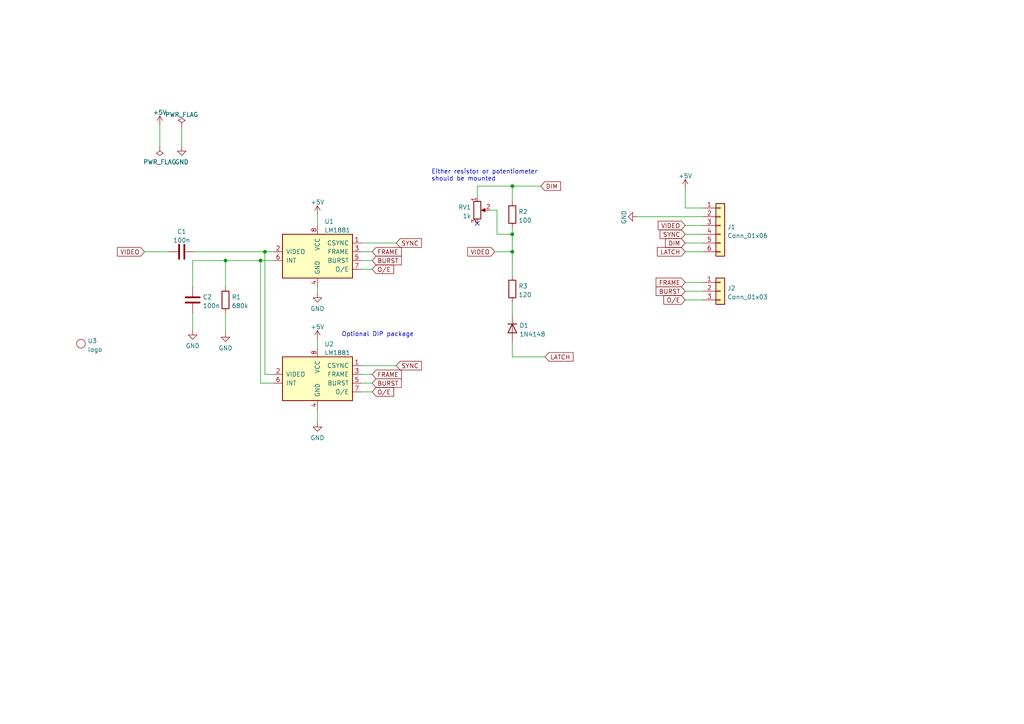
<source format=kicad_sch>
(kicad_sch (version 20230121) (generator eeschema)

  (uuid d1f8d68f-27e5-48d3-8c3c-5c002bfc3da4)

  (paper "A4")

  (title_block
    (title "OSD sync")
    (date "2022-10-20")
    (rev "v.1.0.0")
    (company "www.Domski.pl")
    (comment 1 "Wojciech Domski")
  )

  (lib_symbols
    (symbol "Library:C" (pin_numbers hide) (pin_names (offset 0.254)) (in_bom yes) (on_board yes)
      (property "Reference" "C" (at 0.635 2.54 0)
        (effects (font (size 1.27 1.27)) (justify left))
      )
      (property "Value" "C" (at 0.635 -2.54 0)
        (effects (font (size 1.27 1.27)) (justify left))
      )
      (property "Footprint" "" (at 0.9652 -3.81 0)
        (effects (font (size 1.27 1.27)) hide)
      )
      (property "Datasheet" "~" (at 0 0 0)
        (effects (font (size 1.27 1.27)) hide)
      )
      (property "ki_keywords" "cap capacitor" (at 0 0 0)
        (effects (font (size 1.27 1.27)) hide)
      )
      (property "ki_description" "Unpolarized capacitor" (at 0 0 0)
        (effects (font (size 1.27 1.27)) hide)
      )
      (property "ki_fp_filters" "C_*" (at 0 0 0)
        (effects (font (size 1.27 1.27)) hide)
      )
      (symbol "C_0_1"
        (polyline
          (pts
            (xy -2.032 -0.762)
            (xy 2.032 -0.762)
          )
          (stroke (width 0.508) (type default))
          (fill (type none))
        )
        (polyline
          (pts
            (xy -2.032 0.762)
            (xy 2.032 0.762)
          )
          (stroke (width 0.508) (type default))
          (fill (type none))
        )
      )
      (symbol "C_1_1"
        (pin passive line (at 0 3.81 270) (length 2.794)
          (name "~" (effects (font (size 1.27 1.27))))
          (number "1" (effects (font (size 1.27 1.27))))
        )
        (pin passive line (at 0 -3.81 90) (length 2.794)
          (name "~" (effects (font (size 1.27 1.27))))
          (number "2" (effects (font (size 1.27 1.27))))
        )
      )
    )
    (symbol "Library:Conn_01x03" (pin_names (offset 1.016) hide) (in_bom yes) (on_board yes)
      (property "Reference" "J" (at 0 5.08 0)
        (effects (font (size 1.27 1.27)))
      )
      (property "Value" "Conn_01x03" (at 0 -5.08 0)
        (effects (font (size 1.27 1.27)))
      )
      (property "Footprint" "" (at 0 0 0)
        (effects (font (size 1.27 1.27)) hide)
      )
      (property "Datasheet" "~" (at 0 0 0)
        (effects (font (size 1.27 1.27)) hide)
      )
      (property "ki_keywords" "connector" (at 0 0 0)
        (effects (font (size 1.27 1.27)) hide)
      )
      (property "ki_description" "Generic connector, single row, 01x03, script generated (kicad-library-utils/schlib/autogen/connector/)" (at 0 0 0)
        (effects (font (size 1.27 1.27)) hide)
      )
      (property "ki_fp_filters" "Connector*:*_1x??_*" (at 0 0 0)
        (effects (font (size 1.27 1.27)) hide)
      )
      (symbol "Conn_01x03_1_1"
        (rectangle (start -1.27 -2.413) (end 0 -2.667)
          (stroke (width 0.1524) (type default))
          (fill (type none))
        )
        (rectangle (start -1.27 0.127) (end 0 -0.127)
          (stroke (width 0.1524) (type default))
          (fill (type none))
        )
        (rectangle (start -1.27 2.667) (end 0 2.413)
          (stroke (width 0.1524) (type default))
          (fill (type none))
        )
        (rectangle (start -1.27 3.81) (end 1.27 -3.81)
          (stroke (width 0.254) (type default))
          (fill (type background))
        )
        (pin passive line (at -5.08 2.54 0) (length 3.81)
          (name "Pin_1" (effects (font (size 1.27 1.27))))
          (number "1" (effects (font (size 1.27 1.27))))
        )
        (pin passive line (at -5.08 0 0) (length 3.81)
          (name "Pin_2" (effects (font (size 1.27 1.27))))
          (number "2" (effects (font (size 1.27 1.27))))
        )
        (pin passive line (at -5.08 -2.54 0) (length 3.81)
          (name "Pin_3" (effects (font (size 1.27 1.27))))
          (number "3" (effects (font (size 1.27 1.27))))
        )
      )
    )
    (symbol "Library:Conn_01x06" (pin_names (offset 1.016) hide) (in_bom yes) (on_board yes)
      (property "Reference" "J" (at 0 7.62 0)
        (effects (font (size 1.27 1.27)))
      )
      (property "Value" "Conn_01x06" (at 0 -10.16 0)
        (effects (font (size 1.27 1.27)))
      )
      (property "Footprint" "" (at 0 0 0)
        (effects (font (size 1.27 1.27)) hide)
      )
      (property "Datasheet" "~" (at 0 0 0)
        (effects (font (size 1.27 1.27)) hide)
      )
      (property "ki_keywords" "connector" (at 0 0 0)
        (effects (font (size 1.27 1.27)) hide)
      )
      (property "ki_description" "Generic connector, single row, 01x06, script generated (kicad-library-utils/schlib/autogen/connector/)" (at 0 0 0)
        (effects (font (size 1.27 1.27)) hide)
      )
      (property "ki_fp_filters" "Connector*:*_1x??_*" (at 0 0 0)
        (effects (font (size 1.27 1.27)) hide)
      )
      (symbol "Conn_01x06_1_1"
        (rectangle (start -1.27 -7.493) (end 0 -7.747)
          (stroke (width 0.1524) (type default))
          (fill (type none))
        )
        (rectangle (start -1.27 -4.953) (end 0 -5.207)
          (stroke (width 0.1524) (type default))
          (fill (type none))
        )
        (rectangle (start -1.27 -2.413) (end 0 -2.667)
          (stroke (width 0.1524) (type default))
          (fill (type none))
        )
        (rectangle (start -1.27 0.127) (end 0 -0.127)
          (stroke (width 0.1524) (type default))
          (fill (type none))
        )
        (rectangle (start -1.27 2.667) (end 0 2.413)
          (stroke (width 0.1524) (type default))
          (fill (type none))
        )
        (rectangle (start -1.27 5.207) (end 0 4.953)
          (stroke (width 0.1524) (type default))
          (fill (type none))
        )
        (rectangle (start -1.27 6.35) (end 1.27 -8.89)
          (stroke (width 0.254) (type default))
          (fill (type background))
        )
        (pin passive line (at -5.08 5.08 0) (length 3.81)
          (name "Pin_1" (effects (font (size 1.27 1.27))))
          (number "1" (effects (font (size 1.27 1.27))))
        )
        (pin passive line (at -5.08 2.54 0) (length 3.81)
          (name "Pin_2" (effects (font (size 1.27 1.27))))
          (number "2" (effects (font (size 1.27 1.27))))
        )
        (pin passive line (at -5.08 0 0) (length 3.81)
          (name "Pin_3" (effects (font (size 1.27 1.27))))
          (number "3" (effects (font (size 1.27 1.27))))
        )
        (pin passive line (at -5.08 -2.54 0) (length 3.81)
          (name "Pin_4" (effects (font (size 1.27 1.27))))
          (number "4" (effects (font (size 1.27 1.27))))
        )
        (pin passive line (at -5.08 -5.08 0) (length 3.81)
          (name "Pin_5" (effects (font (size 1.27 1.27))))
          (number "5" (effects (font (size 1.27 1.27))))
        )
        (pin passive line (at -5.08 -7.62 0) (length 3.81)
          (name "Pin_6" (effects (font (size 1.27 1.27))))
          (number "6" (effects (font (size 1.27 1.27))))
        )
      )
    )
    (symbol "Library:D" (pin_numbers hide) (pin_names (offset 1.016) hide) (in_bom yes) (on_board yes)
      (property "Reference" "D" (at 0 2.54 0)
        (effects (font (size 1.27 1.27)))
      )
      (property "Value" "D" (at 0 -2.54 0)
        (effects (font (size 1.27 1.27)))
      )
      (property "Footprint" "" (at 0 0 0)
        (effects (font (size 1.27 1.27)) hide)
      )
      (property "Datasheet" "~" (at 0 0 0)
        (effects (font (size 1.27 1.27)) hide)
      )
      (property "ki_keywords" "diode" (at 0 0 0)
        (effects (font (size 1.27 1.27)) hide)
      )
      (property "ki_description" "Diode" (at 0 0 0)
        (effects (font (size 1.27 1.27)) hide)
      )
      (property "ki_fp_filters" "TO-???* *_Diode_* *SingleDiode* D_*" (at 0 0 0)
        (effects (font (size 1.27 1.27)) hide)
      )
      (symbol "D_0_1"
        (polyline
          (pts
            (xy -1.27 1.27)
            (xy -1.27 -1.27)
          )
          (stroke (width 0.254) (type default))
          (fill (type none))
        )
        (polyline
          (pts
            (xy 1.27 0)
            (xy -1.27 0)
          )
          (stroke (width 0) (type default))
          (fill (type none))
        )
        (polyline
          (pts
            (xy 1.27 1.27)
            (xy 1.27 -1.27)
            (xy -1.27 0)
            (xy 1.27 1.27)
          )
          (stroke (width 0.254) (type default))
          (fill (type none))
        )
      )
      (symbol "D_1_1"
        (pin passive line (at -3.81 0 0) (length 2.54)
          (name "K" (effects (font (size 1.27 1.27))))
          (number "1" (effects (font (size 1.27 1.27))))
        )
        (pin passive line (at 3.81 0 180) (length 2.54)
          (name "A" (effects (font (size 1.27 1.27))))
          (number "2" (effects (font (size 1.27 1.27))))
        )
      )
    )
    (symbol "Library:LM1881" (pin_names (offset 1.016)) (in_bom yes) (on_board yes)
      (property "Reference" "U" (at -8.89 8.89 0)
        (effects (font (size 1.27 1.27)))
      )
      (property "Value" "LM1881" (at 6.35 8.89 0)
        (effects (font (size 1.27 1.27)))
      )
      (property "Footprint" "" (at 0 0 0)
        (effects (font (size 1.27 1.27)) hide)
      )
      (property "Datasheet" "" (at 0 0 0)
        (effects (font (size 1.27 1.27)) hide)
      )
      (symbol "LM1881_0_1"
        (rectangle (start -10.16 7.62) (end 10.16 -5.08)
          (stroke (width 0.254) (type default))
          (fill (type background))
        )
      )
      (symbol "LM1881_1_1"
        (pin output line (at 12.7 5.08 180) (length 2.54)
          (name "CSYNC" (effects (font (size 1.27 1.27))))
          (number "1" (effects (font (size 1.27 1.27))))
        )
        (pin input line (at -12.7 2.54 0) (length 2.54)
          (name "VIDEO" (effects (font (size 1.27 1.27))))
          (number "2" (effects (font (size 1.27 1.27))))
        )
        (pin output line (at 12.7 2.54 180) (length 2.54)
          (name "FRAME" (effects (font (size 1.27 1.27))))
          (number "3" (effects (font (size 1.27 1.27))))
        )
        (pin power_in line (at 0 -7.62 90) (length 2.54)
          (name "GND" (effects (font (size 1.27 1.27))))
          (number "4" (effects (font (size 1.27 1.27))))
        )
        (pin output line (at 12.7 0 180) (length 2.54)
          (name "BURST" (effects (font (size 1.27 1.27))))
          (number "5" (effects (font (size 1.27 1.27))))
        )
        (pin input line (at -12.7 0 0) (length 2.54)
          (name "INT" (effects (font (size 1.27 1.27))))
          (number "6" (effects (font (size 1.27 1.27))))
        )
        (pin output line (at 12.7 -2.54 180) (length 2.54)
          (name "O/E" (effects (font (size 1.27 1.27))))
          (number "7" (effects (font (size 1.27 1.27))))
        )
        (pin power_in line (at 0 10.16 270) (length 2.54)
          (name "VCC" (effects (font (size 1.27 1.27))))
          (number "8" (effects (font (size 1.27 1.27))))
        )
      )
    )
    (symbol "Library:R" (pin_numbers hide) (pin_names (offset 0)) (in_bom yes) (on_board yes)
      (property "Reference" "R" (at 2.032 0 90)
        (effects (font (size 1.27 1.27)))
      )
      (property "Value" "R" (at 0 0 90)
        (effects (font (size 1.27 1.27)))
      )
      (property "Footprint" "" (at -1.778 0 90)
        (effects (font (size 1.27 1.27)) hide)
      )
      (property "Datasheet" "~" (at 0 0 0)
        (effects (font (size 1.27 1.27)) hide)
      )
      (property "ki_keywords" "R res resistor" (at 0 0 0)
        (effects (font (size 1.27 1.27)) hide)
      )
      (property "ki_description" "Resistor" (at 0 0 0)
        (effects (font (size 1.27 1.27)) hide)
      )
      (property "ki_fp_filters" "R_*" (at 0 0 0)
        (effects (font (size 1.27 1.27)) hide)
      )
      (symbol "R_0_1"
        (rectangle (start -1.016 -2.54) (end 1.016 2.54)
          (stroke (width 0.254) (type default))
          (fill (type none))
        )
      )
      (symbol "R_1_1"
        (pin passive line (at 0 3.81 270) (length 1.27)
          (name "~" (effects (font (size 1.27 1.27))))
          (number "1" (effects (font (size 1.27 1.27))))
        )
        (pin passive line (at 0 -3.81 90) (length 1.27)
          (name "~" (effects (font (size 1.27 1.27))))
          (number "2" (effects (font (size 1.27 1.27))))
        )
      )
    )
    (symbol "Library:R_Potentiometer" (pin_names (offset 1.016) hide) (in_bom yes) (on_board yes)
      (property "Reference" "RV" (at -4.445 0 90)
        (effects (font (size 1.27 1.27)))
      )
      (property "Value" "R_Potentiometer" (at -2.54 0 90)
        (effects (font (size 1.27 1.27)))
      )
      (property "Footprint" "" (at 0 0 0)
        (effects (font (size 1.27 1.27)) hide)
      )
      (property "Datasheet" "~" (at 0 0 0)
        (effects (font (size 1.27 1.27)) hide)
      )
      (property "ki_keywords" "resistor variable" (at 0 0 0)
        (effects (font (size 1.27 1.27)) hide)
      )
      (property "ki_description" "Potentiometer" (at 0 0 0)
        (effects (font (size 1.27 1.27)) hide)
      )
      (property "ki_fp_filters" "Potentiometer*" (at 0 0 0)
        (effects (font (size 1.27 1.27)) hide)
      )
      (symbol "R_Potentiometer_0_1"
        (polyline
          (pts
            (xy 2.54 0)
            (xy 1.524 0)
          )
          (stroke (width 0) (type default))
          (fill (type none))
        )
        (polyline
          (pts
            (xy 1.143 0)
            (xy 2.286 0.508)
            (xy 2.286 -0.508)
            (xy 1.143 0)
          )
          (stroke (width 0) (type default))
          (fill (type outline))
        )
        (rectangle (start 1.016 2.54) (end -1.016 -2.54)
          (stroke (width 0.254) (type default))
          (fill (type none))
        )
      )
      (symbol "R_Potentiometer_1_1"
        (pin passive line (at 0 3.81 270) (length 1.27)
          (name "1" (effects (font (size 1.27 1.27))))
          (number "1" (effects (font (size 1.27 1.27))))
        )
        (pin passive line (at 3.81 0 180) (length 1.27)
          (name "2" (effects (font (size 1.27 1.27))))
          (number "2" (effects (font (size 1.27 1.27))))
        )
        (pin passive line (at 0 -3.81 90) (length 1.27)
          (name "3" (effects (font (size 1.27 1.27))))
          (number "3" (effects (font (size 1.27 1.27))))
        )
      )
    )
    (symbol "Library:logo" (pin_names (offset 1.016)) (in_bom yes) (on_board yes)
      (property "Reference" "U" (at 0 2.54 0)
        (effects (font (size 1.27 1.27)))
      )
      (property "Value" "logo" (at 0 -2.54 0)
        (effects (font (size 1.27 1.27)))
      )
      (property "Footprint" "" (at 0 0 0)
        (effects (font (size 1.27 1.27)) hide)
      )
      (property "Datasheet" "" (at 0 0 0)
        (effects (font (size 1.27 1.27)) hide)
      )
      (symbol "logo_0_1"
        (circle (center 0 0) (radius 1.27)
          (stroke (width 0) (type default))
          (fill (type none))
        )
      )
    )
    (symbol "power:+5V" (power) (pin_names (offset 0)) (in_bom yes) (on_board yes)
      (property "Reference" "#PWR" (at 0 -3.81 0)
        (effects (font (size 1.27 1.27)) hide)
      )
      (property "Value" "+5V" (at 0 3.556 0)
        (effects (font (size 1.27 1.27)))
      )
      (property "Footprint" "" (at 0 0 0)
        (effects (font (size 1.27 1.27)) hide)
      )
      (property "Datasheet" "" (at 0 0 0)
        (effects (font (size 1.27 1.27)) hide)
      )
      (property "ki_keywords" "global power" (at 0 0 0)
        (effects (font (size 1.27 1.27)) hide)
      )
      (property "ki_description" "Power symbol creates a global label with name \"+5V\"" (at 0 0 0)
        (effects (font (size 1.27 1.27)) hide)
      )
      (symbol "+5V_0_1"
        (polyline
          (pts
            (xy -0.762 1.27)
            (xy 0 2.54)
          )
          (stroke (width 0) (type default))
          (fill (type none))
        )
        (polyline
          (pts
            (xy 0 0)
            (xy 0 2.54)
          )
          (stroke (width 0) (type default))
          (fill (type none))
        )
        (polyline
          (pts
            (xy 0 2.54)
            (xy 0.762 1.27)
          )
          (stroke (width 0) (type default))
          (fill (type none))
        )
      )
      (symbol "+5V_1_1"
        (pin power_in line (at 0 0 90) (length 0) hide
          (name "+5V" (effects (font (size 1.27 1.27))))
          (number "1" (effects (font (size 1.27 1.27))))
        )
      )
    )
    (symbol "power:GND" (power) (pin_names (offset 0)) (in_bom yes) (on_board yes)
      (property "Reference" "#PWR" (at 0 -6.35 0)
        (effects (font (size 1.27 1.27)) hide)
      )
      (property "Value" "GND" (at 0 -3.81 0)
        (effects (font (size 1.27 1.27)))
      )
      (property "Footprint" "" (at 0 0 0)
        (effects (font (size 1.27 1.27)) hide)
      )
      (property "Datasheet" "" (at 0 0 0)
        (effects (font (size 1.27 1.27)) hide)
      )
      (property "ki_keywords" "global power" (at 0 0 0)
        (effects (font (size 1.27 1.27)) hide)
      )
      (property "ki_description" "Power symbol creates a global label with name \"GND\" , ground" (at 0 0 0)
        (effects (font (size 1.27 1.27)) hide)
      )
      (symbol "GND_0_1"
        (polyline
          (pts
            (xy 0 0)
            (xy 0 -1.27)
            (xy 1.27 -1.27)
            (xy 0 -2.54)
            (xy -1.27 -1.27)
            (xy 0 -1.27)
          )
          (stroke (width 0) (type default))
          (fill (type none))
        )
      )
      (symbol "GND_1_1"
        (pin power_in line (at 0 0 270) (length 0) hide
          (name "GND" (effects (font (size 1.27 1.27))))
          (number "1" (effects (font (size 1.27 1.27))))
        )
      )
    )
    (symbol "power:PWR_FLAG" (power) (pin_numbers hide) (pin_names (offset 0) hide) (in_bom yes) (on_board yes)
      (property "Reference" "#FLG" (at 0 1.905 0)
        (effects (font (size 1.27 1.27)) hide)
      )
      (property "Value" "PWR_FLAG" (at 0 3.81 0)
        (effects (font (size 1.27 1.27)))
      )
      (property "Footprint" "" (at 0 0 0)
        (effects (font (size 1.27 1.27)) hide)
      )
      (property "Datasheet" "~" (at 0 0 0)
        (effects (font (size 1.27 1.27)) hide)
      )
      (property "ki_keywords" "flag power" (at 0 0 0)
        (effects (font (size 1.27 1.27)) hide)
      )
      (property "ki_description" "Special symbol for telling ERC where power comes from" (at 0 0 0)
        (effects (font (size 1.27 1.27)) hide)
      )
      (symbol "PWR_FLAG_0_0"
        (pin power_out line (at 0 0 90) (length 0)
          (name "pwr" (effects (font (size 1.27 1.27))))
          (number "1" (effects (font (size 1.27 1.27))))
        )
      )
      (symbol "PWR_FLAG_0_1"
        (polyline
          (pts
            (xy 0 0)
            (xy 0 1.27)
            (xy -1.016 1.905)
            (xy 0 2.54)
            (xy 1.016 1.905)
            (xy 0 1.27)
          )
          (stroke (width 0) (type default))
          (fill (type none))
        )
      )
    )
  )

  (junction (at 65.405 75.565) (diameter 0) (color 0 0 0 0)
    (uuid 19de01d1-2b87-4a2a-a00b-082f392a7d99)
  )
  (junction (at 76.835 73.025) (diameter 0) (color 0 0 0 0)
    (uuid 6112907c-80a6-4f44-b792-d74d6826654d)
  )
  (junction (at 148.59 67.945) (diameter 0) (color 0 0 0 0)
    (uuid 635d1666-82b3-42fb-8ed8-bd76519b2a87)
  )
  (junction (at 75.565 75.565) (diameter 0) (color 0 0 0 0)
    (uuid 773a1117-869e-4f3f-824d-1a5cd483846d)
  )
  (junction (at 148.59 73.025) (diameter 0) (color 0 0 0 0)
    (uuid ac853af4-b4c8-4e79-a5f3-b34b4566c4f5)
  )
  (junction (at 148.59 53.975) (diameter 0) (color 0 0 0 0)
    (uuid fc44fe2c-7179-46d9-a3f0-d5e4a791288b)
  )

  (no_connect (at 138.43 64.77) (uuid 47219778-c775-4629-b710-04fa3c394fdb))

  (wire (pts (xy 142.24 60.96) (xy 144.145 60.96))
    (stroke (width 0) (type default))
    (uuid 0618f109-14b4-490b-9d2d-d8d5ea4df4d6)
  )
  (wire (pts (xy 41.91 73.025) (xy 48.895 73.025))
    (stroke (width 0) (type default))
    (uuid 07ae040f-6214-4d0e-9d5c-1cfc7453a128)
  )
  (wire (pts (xy 184.785 62.865) (xy 203.835 62.865))
    (stroke (width 0) (type default))
    (uuid 081611cc-c20c-49d6-a66a-38d4e45e7fb9)
  )
  (wire (pts (xy 104.775 106.045) (xy 114.935 106.045))
    (stroke (width 0) (type default))
    (uuid 0bea1b85-81e5-44a5-8bdc-18331fa14e0e)
  )
  (wire (pts (xy 75.565 111.125) (xy 75.565 75.565))
    (stroke (width 0) (type default))
    (uuid 1178413e-a619-4923-a565-f4b5968cf141)
  )
  (wire (pts (xy 138.43 53.975) (xy 148.59 53.975))
    (stroke (width 0) (type default))
    (uuid 13037998-4a87-4a50-b319-9054ab56e150)
  )
  (wire (pts (xy 148.59 73.025) (xy 148.59 80.01))
    (stroke (width 0) (type default))
    (uuid 18dbe351-8f3e-43ef-825f-ff388fb954ff)
  )
  (wire (pts (xy 52.705 36.83) (xy 52.705 42.545))
    (stroke (width 0) (type default))
    (uuid 28335e29-0ed2-4038-ae28-28f3e5778a22)
  )
  (wire (pts (xy 198.755 67.945) (xy 203.835 67.945))
    (stroke (width 0) (type default))
    (uuid 2a499182-637b-4e61-964d-2bc637194835)
  )
  (wire (pts (xy 198.755 65.405) (xy 203.835 65.405))
    (stroke (width 0) (type default))
    (uuid 31a5cb59-6bfd-4542-9e84-55e1f9373502)
  )
  (wire (pts (xy 76.835 73.025) (xy 79.375 73.025))
    (stroke (width 0) (type default))
    (uuid 345988af-4166-4493-80b8-e88093b4b555)
  )
  (wire (pts (xy 76.835 108.585) (xy 79.375 108.585))
    (stroke (width 0) (type default))
    (uuid 4041e00e-4f48-41b8-b8c9-f3939d143f53)
  )
  (wire (pts (xy 75.565 111.125) (xy 79.375 111.125))
    (stroke (width 0) (type default))
    (uuid 46f9a9d0-8f89-4dcb-9eea-83191269ccb4)
  )
  (wire (pts (xy 65.405 90.805) (xy 65.405 96.52))
    (stroke (width 0) (type default))
    (uuid 523b5133-3c22-48ac-ad83-a6bd3b0b88d5)
  )
  (wire (pts (xy 148.59 53.975) (xy 148.59 58.42))
    (stroke (width 0) (type default))
    (uuid 533b1b5c-9bbd-41ed-91c0-54d448736b5d)
  )
  (wire (pts (xy 203.835 60.325) (xy 198.755 60.325))
    (stroke (width 0) (type default))
    (uuid 5455d111-3108-47f6-bb0d-6b11b0dec8a8)
  )
  (wire (pts (xy 148.59 99.06) (xy 148.59 103.505))
    (stroke (width 0) (type default))
    (uuid 55f7a8a9-5439-42a5-9915-87ad498811ab)
  )
  (wire (pts (xy 76.835 73.025) (xy 76.835 108.585))
    (stroke (width 0) (type default))
    (uuid 5935a20a-a38e-4183-9a15-05d176f86c26)
  )
  (wire (pts (xy 55.88 90.805) (xy 55.88 95.885))
    (stroke (width 0) (type default))
    (uuid 5fee6b4d-674c-4b5d-81e0-f8b980376950)
  )
  (wire (pts (xy 104.775 78.105) (xy 107.95 78.105))
    (stroke (width 0) (type default))
    (uuid 60297bf8-ee63-42ce-914c-cadb567bf5af)
  )
  (wire (pts (xy 92.075 62.23) (xy 92.075 65.405))
    (stroke (width 0) (type default))
    (uuid 66f486c6-b7c7-45e1-a86f-4a43de3cd612)
  )
  (wire (pts (xy 143.51 73.025) (xy 148.59 73.025))
    (stroke (width 0) (type default))
    (uuid 7371c388-9146-41c3-979a-dcbc623cda8a)
  )
  (wire (pts (xy 148.59 103.505) (xy 158.115 103.505))
    (stroke (width 0) (type default))
    (uuid 74458a52-c47c-4e29-94e7-8d2fddeaed3b)
  )
  (wire (pts (xy 55.88 75.565) (xy 65.405 75.565))
    (stroke (width 0) (type default))
    (uuid 7a5576a2-cbc1-4fb9-b6c9-4b626e28573d)
  )
  (wire (pts (xy 104.775 113.665) (xy 107.95 113.665))
    (stroke (width 0) (type default))
    (uuid 8194222a-d25a-4e38-ac92-85bcc0b46cee)
  )
  (wire (pts (xy 148.59 73.025) (xy 148.59 67.945))
    (stroke (width 0) (type default))
    (uuid 81ec8667-9ca7-4bce-9c21-fbfea7683f60)
  )
  (wire (pts (xy 75.565 75.565) (xy 65.405 75.565))
    (stroke (width 0) (type default))
    (uuid 85fb14bf-24de-40d5-8e88-9d37ad86ad2d)
  )
  (wire (pts (xy 104.775 70.485) (xy 114.935 70.485))
    (stroke (width 0) (type default))
    (uuid 8bcd75e3-cb48-4048-9036-b1ad3aa0bc37)
  )
  (wire (pts (xy 92.075 118.745) (xy 92.075 122.555))
    (stroke (width 0) (type default))
    (uuid 8ec7f712-b029-4acf-9d5f-ba8d56e1380e)
  )
  (wire (pts (xy 79.375 75.565) (xy 75.565 75.565))
    (stroke (width 0) (type default))
    (uuid 929ce274-6ee3-437a-819f-8651d3a725c6)
  )
  (wire (pts (xy 56.515 73.025) (xy 76.835 73.025))
    (stroke (width 0) (type default))
    (uuid 93d86106-6c83-4d52-b243-f48c0a96b01f)
  )
  (wire (pts (xy 198.755 60.325) (xy 198.755 54.61))
    (stroke (width 0) (type default))
    (uuid 9ad06eab-61f7-4abe-82f9-044265d87407)
  )
  (wire (pts (xy 104.775 108.585) (xy 107.95 108.585))
    (stroke (width 0) (type default))
    (uuid a38b64ab-7c5f-4039-9d2e-4d707f4db8de)
  )
  (wire (pts (xy 148.59 67.945) (xy 148.59 66.04))
    (stroke (width 0) (type default))
    (uuid a8b5e179-c8a7-40d9-aacb-c6c41f38bea4)
  )
  (wire (pts (xy 144.145 60.96) (xy 144.145 67.945))
    (stroke (width 0) (type default))
    (uuid a92371f2-f20b-4d36-8869-e4bd360fdd8b)
  )
  (wire (pts (xy 198.755 70.485) (xy 203.835 70.485))
    (stroke (width 0) (type default))
    (uuid b13f4e16-0408-4e7c-b5aa-33066d679d35)
  )
  (wire (pts (xy 104.775 75.565) (xy 107.95 75.565))
    (stroke (width 0) (type default))
    (uuid c420f5c9-b416-4bda-9a81-9afed724a8c7)
  )
  (wire (pts (xy 46.355 36.195) (xy 46.355 42.545))
    (stroke (width 0) (type default))
    (uuid c4b51ce6-f6ff-44a2-94bd-871385a7f1de)
  )
  (wire (pts (xy 65.405 75.565) (xy 65.405 83.185))
    (stroke (width 0) (type default))
    (uuid c4df406c-bb56-4ca4-ab5f-a87b105390aa)
  )
  (wire (pts (xy 104.775 111.125) (xy 107.95 111.125))
    (stroke (width 0) (type default))
    (uuid c7e0b045-9f13-48c5-90c5-f3cf22e3f815)
  )
  (wire (pts (xy 148.59 87.63) (xy 148.59 91.44))
    (stroke (width 0) (type default))
    (uuid c9122a3b-55f8-443d-a1bd-67377f2ca0eb)
  )
  (wire (pts (xy 144.145 67.945) (xy 148.59 67.945))
    (stroke (width 0) (type default))
    (uuid cd5a864c-5ed7-4a12-bed4-e9269cd868c0)
  )
  (wire (pts (xy 198.755 73.025) (xy 203.835 73.025))
    (stroke (width 0) (type default))
    (uuid d2c7e6b9-7ced-41fe-a63e-73035237c779)
  )
  (wire (pts (xy 92.075 98.425) (xy 92.075 100.965))
    (stroke (width 0) (type default))
    (uuid d66370f6-9e04-40fb-9a1e-b23e2a8366e0)
  )
  (wire (pts (xy 55.88 75.565) (xy 55.88 83.185))
    (stroke (width 0) (type default))
    (uuid d7dedc0b-d679-46e0-91ac-8ccf20800f6e)
  )
  (wire (pts (xy 198.755 86.995) (xy 203.835 86.995))
    (stroke (width 0) (type default))
    (uuid dbecb3ce-08cc-45dc-8e0c-f8418ade3584)
  )
  (wire (pts (xy 198.755 81.915) (xy 203.835 81.915))
    (stroke (width 0) (type default))
    (uuid dc079cca-d4d9-4614-bfbb-e47f9c5c97d7)
  )
  (wire (pts (xy 156.845 53.975) (xy 148.59 53.975))
    (stroke (width 0) (type default))
    (uuid de939a4c-7c77-48dd-b313-a5874a0c63e8)
  )
  (wire (pts (xy 92.075 83.185) (xy 92.075 85.09))
    (stroke (width 0) (type default))
    (uuid e1688ef1-47cb-419f-80a9-c400e0dd5428)
  )
  (wire (pts (xy 198.755 84.455) (xy 203.835 84.455))
    (stroke (width 0) (type default))
    (uuid e1d30aca-7421-4aec-84b0-5ae0867dd844)
  )
  (wire (pts (xy 138.43 57.15) (xy 138.43 53.975))
    (stroke (width 0) (type default))
    (uuid e65460ab-ad93-4263-9863-78d1f7f75af2)
  )
  (wire (pts (xy 104.775 73.025) (xy 107.95 73.025))
    (stroke (width 0) (type default))
    (uuid eb471b1f-37ad-4978-9b9d-5104260439fb)
  )

  (text "Optional DIP package" (at 99.06 97.79 0)
    (effects (font (size 1.27 1.27)) (justify left bottom))
    (uuid 7f544979-5112-4f97-b043-05e6ce87c9ab)
  )
  (text "Either resistor or potentiometer \nshould be mounted"
    (at 125.095 52.705 0)
    (effects (font (size 1.27 1.27)) (justify left bottom))
    (uuid f22ba19c-a04c-47dc-9d32-f21e51678e19)
  )

  (global_label "LATCH" (shape input) (at 198.755 73.025 180) (fields_autoplaced)
    (effects (font (size 1.27 1.27)) (justify right))
    (uuid 10cd5b59-4a68-4c16-b633-ea39657b3fc1)
    (property "Intersheetrefs" "${INTERSHEET_REFS}" (at 190.085 73.025 0)
      (effects (font (size 1.27 1.27)) (justify right) hide)
    )
  )
  (global_label "VIDEO" (shape input) (at 198.755 65.405 180) (fields_autoplaced)
    (effects (font (size 1.27 1.27)) (justify right))
    (uuid 2d5d2ff3-9900-4cae-b7db-7f6ae5b68688)
    (property "Intersheetrefs" "${INTERSHEET_REFS}" (at 190.899 65.3256 0)
      (effects (font (size 1.27 1.27)) (justify right) hide)
    )
  )
  (global_label "DIM" (shape input) (at 156.845 53.975 0) (fields_autoplaced)
    (effects (font (size 1.27 1.27)) (justify left))
    (uuid 33cc5ce0-0635-4a46-ad31-ef06a6566646)
    (property "Intersheetrefs" "${INTERSHEET_REFS}" (at 163.1564 53.975 0)
      (effects (font (size 1.27 1.27)) (justify left) hide)
    )
  )
  (global_label "BURST" (shape input) (at 107.95 111.125 0) (fields_autoplaced)
    (effects (font (size 1.27 1.27)) (justify left))
    (uuid 44a7596a-8fe9-4471-b991-9534bd99fca5)
    (property "Intersheetrefs" "${INTERSHEET_REFS}" (at 116.4107 111.0456 0)
      (effects (font (size 1.27 1.27)) (justify left) hide)
    )
  )
  (global_label "DIM" (shape input) (at 198.755 70.485 180) (fields_autoplaced)
    (effects (font (size 1.27 1.27)) (justify right))
    (uuid 5199a855-5390-4bfe-8e07-aaa851e32053)
    (property "Intersheetrefs" "${INTERSHEET_REFS}" (at 192.4436 70.485 0)
      (effects (font (size 1.27 1.27)) (justify right) hide)
    )
  )
  (global_label "FRAME" (shape input) (at 107.95 73.025 0) (fields_autoplaced)
    (effects (font (size 1.27 1.27)) (justify left))
    (uuid 5ea762ae-5200-4555-bd85-5c3b049a84cf)
    (property "Intersheetrefs" "${INTERSHEET_REFS}" (at 116.4107 72.9456 0)
      (effects (font (size 1.27 1.27)) (justify left) hide)
    )
  )
  (global_label "O{slash}E" (shape input) (at 198.755 86.995 180) (fields_autoplaced)
    (effects (font (size 1.27 1.27)) (justify right))
    (uuid 5f931f95-3264-4059-91ac-b8150684bd06)
    (property "Intersheetrefs" "${INTERSHEET_REFS}" (at 192.5319 86.9156 0)
      (effects (font (size 1.27 1.27)) (justify right) hide)
    )
  )
  (global_label "SYNC" (shape input) (at 114.935 70.485 0) (fields_autoplaced)
    (effects (font (size 1.27 1.27)) (justify left))
    (uuid 6ad4bf87-fad7-4757-bd29-2ac478466cc1)
    (property "Intersheetrefs" "${INTERSHEET_REFS}" (at 122.2467 70.4056 0)
      (effects (font (size 1.27 1.27)) (justify left) hide)
    )
  )
  (global_label "O{slash}E" (shape input) (at 107.95 113.665 0) (fields_autoplaced)
    (effects (font (size 1.27 1.27)) (justify left))
    (uuid 7c89264b-0dea-45a7-9aba-d1edfaea035f)
    (property "Intersheetrefs" "${INTERSHEET_REFS}" (at 114.1731 113.5856 0)
      (effects (font (size 1.27 1.27)) (justify left) hide)
    )
  )
  (global_label "FRAME" (shape input) (at 107.95 108.585 0) (fields_autoplaced)
    (effects (font (size 1.27 1.27)) (justify left))
    (uuid 9361d3c9-872c-4ccc-bf8e-3d799ffb0c3a)
    (property "Intersheetrefs" "${INTERSHEET_REFS}" (at 116.4107 108.5056 0)
      (effects (font (size 1.27 1.27)) (justify left) hide)
    )
  )
  (global_label "BURST" (shape input) (at 107.95 75.565 0) (fields_autoplaced)
    (effects (font (size 1.27 1.27)) (justify left))
    (uuid 94eec70d-1469-4be6-a757-65459b11b635)
    (property "Intersheetrefs" "${INTERSHEET_REFS}" (at 116.4107 75.4856 0)
      (effects (font (size 1.27 1.27)) (justify left) hide)
    )
  )
  (global_label "SYNC" (shape input) (at 114.935 106.045 0) (fields_autoplaced)
    (effects (font (size 1.27 1.27)) (justify left))
    (uuid 9ddfdb63-a8f4-4836-a627-07fa97aa049d)
    (property "Intersheetrefs" "${INTERSHEET_REFS}" (at 122.2467 105.9656 0)
      (effects (font (size 1.27 1.27)) (justify left) hide)
    )
  )
  (global_label "LATCH" (shape input) (at 158.115 103.505 0) (fields_autoplaced)
    (effects (font (size 1.27 1.27)) (justify left))
    (uuid a5d6738e-c8dc-4b66-ab84-4e78bef048a4)
    (property "Intersheetrefs" "${INTERSHEET_REFS}" (at 166.785 103.505 0)
      (effects (font (size 1.27 1.27)) (justify left) hide)
    )
  )
  (global_label "SYNC" (shape input) (at 198.755 67.945 180) (fields_autoplaced)
    (effects (font (size 1.27 1.27)) (justify right))
    (uuid aa0310b2-42b4-4ea4-9de4-8e42898bb61d)
    (property "Intersheetrefs" "${INTERSHEET_REFS}" (at 191.4433 68.0244 0)
      (effects (font (size 1.27 1.27)) (justify right) hide)
    )
  )
  (global_label "BURST" (shape input) (at 198.755 84.455 180) (fields_autoplaced)
    (effects (font (size 1.27 1.27)) (justify right))
    (uuid c57b4fcf-4105-4f5d-a771-75077deb888c)
    (property "Intersheetrefs" "${INTERSHEET_REFS}" (at 190.2943 84.3756 0)
      (effects (font (size 1.27 1.27)) (justify right) hide)
    )
  )
  (global_label "O{slash}E" (shape input) (at 107.95 78.105 0) (fields_autoplaced)
    (effects (font (size 1.27 1.27)) (justify left))
    (uuid cb20b2b2-4d18-4d6a-aef7-074fb415f041)
    (property "Intersheetrefs" "${INTERSHEET_REFS}" (at 114.1731 78.0256 0)
      (effects (font (size 1.27 1.27)) (justify left) hide)
    )
  )
  (global_label "VIDEO" (shape input) (at 143.51 73.025 180) (fields_autoplaced)
    (effects (font (size 1.27 1.27)) (justify right))
    (uuid d4c3fef5-84be-4a3d-ae95-7251b38e04ab)
    (property "Intersheetrefs" "${INTERSHEET_REFS}" (at 135.654 72.9456 0)
      (effects (font (size 1.27 1.27)) (justify right) hide)
    )
  )
  (global_label "VIDEO" (shape input) (at 41.91 73.025 180) (fields_autoplaced)
    (effects (font (size 1.27 1.27)) (justify right))
    (uuid e8fda11e-eec4-4b52-bc56-8cf0d6d44814)
    (property "Intersheetrefs" "${INTERSHEET_REFS}" (at 34.054 72.9456 0)
      (effects (font (size 1.27 1.27)) (justify right) hide)
    )
  )
  (global_label "FRAME" (shape input) (at 198.755 81.915 180) (fields_autoplaced)
    (effects (font (size 1.27 1.27)) (justify right))
    (uuid ea2161ec-912e-4db3-bbf4-4d1524fc450f)
    (property "Intersheetrefs" "${INTERSHEET_REFS}" (at 190.2943 81.8356 0)
      (effects (font (size 1.27 1.27)) (justify right) hide)
    )
  )

  (symbol (lib_id "Library:Conn_01x03") (at 208.915 84.455 0) (unit 1)
    (in_bom yes) (on_board yes) (dnp no) (fields_autoplaced)
    (uuid 01624afb-8302-4fd9-b17e-06a94a77f856)
    (property "Reference" "J2" (at 210.947 83.6203 0)
      (effects (font (size 1.27 1.27)) (justify left))
    )
    (property "Value" "Conn_01x03" (at 210.947 86.1572 0)
      (effects (font (size 1.27 1.27)) (justify left))
    )
    (property "Footprint" "Connector_PinHeader_2.54mm:PinHeader_1x03_P2.54mm_Vertical" (at 208.915 84.455 0)
      (effects (font (size 1.27 1.27)) hide)
    )
    (property "Datasheet" "~" (at 208.915 84.455 0)
      (effects (font (size 1.27 1.27)) hide)
    )
    (pin "1" (uuid fd4be156-a9c9-4ad1-83a5-7b1cbee06a6d))
    (pin "2" (uuid 42f37d37-4dea-4847-bddb-823cb36efdc5))
    (pin "3" (uuid 757e909b-5f18-4d7c-a925-1b4004f45560))
    (instances
      (project "OSD_sync"
        (path "/d1f8d68f-27e5-48d3-8c3c-5c002bfc3da4"
          (reference "J2") (unit 1)
        )
      )
    )
  )

  (symbol (lib_id "Library:D") (at 148.59 95.25 270) (unit 1)
    (in_bom yes) (on_board yes) (dnp no) (fields_autoplaced)
    (uuid 0a296c8d-6a26-40c7-b1af-01ce97901bee)
    (property "Reference" "D1" (at 150.622 94.4153 90)
      (effects (font (size 1.27 1.27)) (justify left))
    )
    (property "Value" "1N4148" (at 150.622 96.9522 90)
      (effects (font (size 1.27 1.27)) (justify left))
    )
    (property "Footprint" "Diode_SMD:D_1206_3216Metric" (at 148.59 95.25 0)
      (effects (font (size 1.27 1.27)) hide)
    )
    (property "Datasheet" "~" (at 148.59 95.25 0)
      (effects (font (size 1.27 1.27)) hide)
    )
    (pin "1" (uuid 544c86f1-38cd-4759-b0db-a5ba0b5a37d9))
    (pin "2" (uuid e1f1c5c0-9e7f-4d0e-aef7-1771db376c11))
    (instances
      (project "OSD_sync"
        (path "/d1f8d68f-27e5-48d3-8c3c-5c002bfc3da4"
          (reference "D1") (unit 1)
        )
      )
    )
  )

  (symbol (lib_id "Library:Conn_01x06") (at 208.915 65.405 0) (unit 1)
    (in_bom yes) (on_board yes) (dnp no) (fields_autoplaced)
    (uuid 0f1b3ff5-0f1c-4443-81aa-e60c07a41d60)
    (property "Reference" "J1" (at 210.947 65.8403 0)
      (effects (font (size 1.27 1.27)) (justify left))
    )
    (property "Value" "Conn_01x06" (at 210.947 68.3772 0)
      (effects (font (size 1.27 1.27)) (justify left))
    )
    (property "Footprint" "Connector_PinHeader_2.54mm:PinHeader_1x06_P2.54mm_Vertical" (at 208.915 65.405 0)
      (effects (font (size 1.27 1.27)) hide)
    )
    (property "Datasheet" "~" (at 208.915 65.405 0)
      (effects (font (size 1.27 1.27)) hide)
    )
    (pin "1" (uuid 3cf88712-d126-44de-87b5-5097a8925325))
    (pin "2" (uuid d9f0651d-1e64-4c87-8442-778266c73f85))
    (pin "3" (uuid 9e092c79-734d-4b1a-843a-db425991f799))
    (pin "4" (uuid 54390145-2f56-401c-8071-0f4aaf2167de))
    (pin "5" (uuid 1fc4f747-dd72-4bff-8d34-7530462f1ea4))
    (pin "6" (uuid 91a0adb1-a872-443a-8f4e-41dda85960b5))
    (instances
      (project "OSD_sync"
        (path "/d1f8d68f-27e5-48d3-8c3c-5c002bfc3da4"
          (reference "J1") (unit 1)
        )
      )
    )
  )

  (symbol (lib_id "power:GND") (at 184.785 62.865 270) (unit 1)
    (in_bom yes) (on_board yes) (dnp no)
    (uuid 1089ce80-71c8-4772-8566-d4ad0701b085)
    (property "Reference" "#PWR07" (at 178.435 62.865 0)
      (effects (font (size 1.27 1.27)) hide)
    )
    (property "Value" "GND" (at 180.975 60.96 0)
      (effects (font (size 1.27 1.27)) (justify left))
    )
    (property "Footprint" "" (at 184.785 62.865 0)
      (effects (font (size 1.27 1.27)) hide)
    )
    (property "Datasheet" "" (at 184.785 62.865 0)
      (effects (font (size 1.27 1.27)) hide)
    )
    (pin "1" (uuid 4a6d03a5-8429-4882-b9cb-24bb09c87398))
    (instances
      (project "OSD_sync"
        (path "/d1f8d68f-27e5-48d3-8c3c-5c002bfc3da4"
          (reference "#PWR07") (unit 1)
        )
      )
    )
  )

  (symbol (lib_id "power:GND") (at 92.075 122.555 0) (unit 1)
    (in_bom yes) (on_board yes) (dnp no) (fields_autoplaced)
    (uuid 19f17afd-a649-45ba-80f2-71af2d98d06e)
    (property "Reference" "#PWR06" (at 92.075 128.905 0)
      (effects (font (size 1.27 1.27)) hide)
    )
    (property "Value" "GND" (at 92.075 126.9984 0)
      (effects (font (size 1.27 1.27)))
    )
    (property "Footprint" "" (at 92.075 122.555 0)
      (effects (font (size 1.27 1.27)) hide)
    )
    (property "Datasheet" "" (at 92.075 122.555 0)
      (effects (font (size 1.27 1.27)) hide)
    )
    (pin "1" (uuid 252178b6-f4e3-45d4-8b4f-a4fd624f270e))
    (instances
      (project "OSD_sync"
        (path "/d1f8d68f-27e5-48d3-8c3c-5c002bfc3da4"
          (reference "#PWR06") (unit 1)
        )
      )
    )
  )

  (symbol (lib_id "Library:C") (at 55.88 86.995 0) (unit 1)
    (in_bom yes) (on_board yes) (dnp no) (fields_autoplaced)
    (uuid 24546182-c644-4081-b9e0-a3b73ff5b036)
    (property "Reference" "C2" (at 58.801 86.1603 0)
      (effects (font (size 1.27 1.27)) (justify left))
    )
    (property "Value" "100n" (at 58.801 88.6972 0)
      (effects (font (size 1.27 1.27)) (justify left))
    )
    (property "Footprint" "Capacitor_SMD:C_0603_1608Metric_Pad1.08x0.95mm_HandSolder" (at 56.8452 90.805 0)
      (effects (font (size 1.27 1.27)) hide)
    )
    (property "Datasheet" "~" (at 55.88 86.995 0)
      (effects (font (size 1.27 1.27)) hide)
    )
    (pin "1" (uuid 0d007721-c9d2-496e-8734-73148125711d))
    (pin "2" (uuid 6f7a38a8-4a3b-46a4-b600-b121206841ee))
    (instances
      (project "OSD_sync"
        (path "/d1f8d68f-27e5-48d3-8c3c-5c002bfc3da4"
          (reference "C2") (unit 1)
        )
      )
    )
  )

  (symbol (lib_id "Library:R") (at 148.59 62.23 0) (unit 1)
    (in_bom yes) (on_board yes) (dnp no)
    (uuid 2ceead6c-52db-407a-bd13-983c6b4d2fb1)
    (property "Reference" "R2" (at 150.368 61.3953 0)
      (effects (font (size 1.27 1.27)) (justify left))
    )
    (property "Value" "100" (at 150.368 63.9322 0)
      (effects (font (size 1.27 1.27)) (justify left))
    )
    (property "Footprint" "Resistor_SMD:R_0603_1608Metric_Pad0.98x0.95mm_HandSolder" (at 146.812 62.23 90)
      (effects (font (size 1.27 1.27)) hide)
    )
    (property "Datasheet" "~" (at 148.59 62.23 0)
      (effects (font (size 1.27 1.27)) hide)
    )
    (pin "1" (uuid 52ea4fd1-a0de-4fac-82aa-99ca97c9525e))
    (pin "2" (uuid df40d4f3-2acd-4525-aa8c-a9af43d998d4))
    (instances
      (project "OSD_sync"
        (path "/d1f8d68f-27e5-48d3-8c3c-5c002bfc3da4"
          (reference "R2") (unit 1)
        )
      )
    )
  )

  (symbol (lib_id "Library:R_Potentiometer") (at 138.43 60.96 0) (unit 1)
    (in_bom yes) (on_board yes) (dnp no) (fields_autoplaced)
    (uuid 3c5ff6b5-9dda-4c0b-94ca-196e38f86c26)
    (property "Reference" "RV1" (at 136.6521 60.1253 0)
      (effects (font (size 1.27 1.27)) (justify right))
    )
    (property "Value" "1k" (at 136.6521 62.6622 0)
      (effects (font (size 1.27 1.27)) (justify right))
    )
    (property "Footprint" "Potentiometer_THT:Potentiometer_Bourns_3296W_Vertical" (at 138.43 60.96 0)
      (effects (font (size 1.27 1.27)) hide)
    )
    (property "Datasheet" "~" (at 138.43 60.96 0)
      (effects (font (size 1.27 1.27)) hide)
    )
    (pin "1" (uuid 560121b5-fb0e-45ed-ba05-160ee6c82ad9))
    (pin "2" (uuid cda08205-8998-4a34-8d81-e5f96ebf9ffc))
    (pin "3" (uuid 091e0d5e-27d3-4856-981a-4388de8acb8c))
    (instances
      (project "OSD_sync"
        (path "/d1f8d68f-27e5-48d3-8c3c-5c002bfc3da4"
          (reference "RV1") (unit 1)
        )
      )
    )
  )

  (symbol (lib_id "power:+5V") (at 92.075 62.23 0) (unit 1)
    (in_bom yes) (on_board yes) (dnp no) (fields_autoplaced)
    (uuid 43a473b9-4956-4e82-8cbc-fdfe12473809)
    (property "Reference" "#PWR03" (at 92.075 66.04 0)
      (effects (font (size 1.27 1.27)) hide)
    )
    (property "Value" "+5V" (at 92.075 58.6542 0)
      (effects (font (size 1.27 1.27)))
    )
    (property "Footprint" "" (at 92.075 62.23 0)
      (effects (font (size 1.27 1.27)) hide)
    )
    (property "Datasheet" "" (at 92.075 62.23 0)
      (effects (font (size 1.27 1.27)) hide)
    )
    (pin "1" (uuid 6525651b-88db-465d-a25c-5116dbc516f2))
    (instances
      (project "OSD_sync"
        (path "/d1f8d68f-27e5-48d3-8c3c-5c002bfc3da4"
          (reference "#PWR03") (unit 1)
        )
      )
    )
  )

  (symbol (lib_id "Library:R") (at 148.59 83.82 0) (unit 1)
    (in_bom yes) (on_board yes) (dnp no)
    (uuid 48620dd1-cb2b-4bbd-be81-2c7795319a10)
    (property "Reference" "R3" (at 150.368 82.9853 0)
      (effects (font (size 1.27 1.27)) (justify left))
    )
    (property "Value" "120" (at 150.368 85.5222 0)
      (effects (font (size 1.27 1.27)) (justify left))
    )
    (property "Footprint" "Resistor_SMD:R_0603_1608Metric_Pad0.98x0.95mm_HandSolder" (at 146.812 83.82 90)
      (effects (font (size 1.27 1.27)) hide)
    )
    (property "Datasheet" "~" (at 148.59 83.82 0)
      (effects (font (size 1.27 1.27)) hide)
    )
    (pin "1" (uuid f0c3714d-3385-421d-9330-c7018d42fecf))
    (pin "2" (uuid 2040e4dd-e9d9-4989-9971-568ee933950d))
    (instances
      (project "OSD_sync"
        (path "/d1f8d68f-27e5-48d3-8c3c-5c002bfc3da4"
          (reference "R3") (unit 1)
        )
      )
    )
  )

  (symbol (lib_id "power:GND") (at 65.405 96.52 0) (unit 1)
    (in_bom yes) (on_board yes) (dnp no) (fields_autoplaced)
    (uuid 514aa380-da75-4bc9-8ba6-485ca0c7e628)
    (property "Reference" "#PWR02" (at 65.405 102.87 0)
      (effects (font (size 1.27 1.27)) hide)
    )
    (property "Value" "GND" (at 65.405 100.9634 0)
      (effects (font (size 1.27 1.27)))
    )
    (property "Footprint" "" (at 65.405 96.52 0)
      (effects (font (size 1.27 1.27)) hide)
    )
    (property "Datasheet" "" (at 65.405 96.52 0)
      (effects (font (size 1.27 1.27)) hide)
    )
    (pin "1" (uuid 058c8da4-fb0a-44cf-912f-b5c2ec68dd81))
    (instances
      (project "OSD_sync"
        (path "/d1f8d68f-27e5-48d3-8c3c-5c002bfc3da4"
          (reference "#PWR02") (unit 1)
        )
      )
    )
  )

  (symbol (lib_id "power:+5V") (at 198.755 54.61 0) (unit 1)
    (in_bom yes) (on_board yes) (dnp no) (fields_autoplaced)
    (uuid 51510e8d-dae1-44b9-80ad-041b9f69e0fa)
    (property "Reference" "#PWR08" (at 198.755 58.42 0)
      (effects (font (size 1.27 1.27)) hide)
    )
    (property "Value" "+5V" (at 198.755 51.0342 0)
      (effects (font (size 1.27 1.27)))
    )
    (property "Footprint" "" (at 198.755 54.61 0)
      (effects (font (size 1.27 1.27)) hide)
    )
    (property "Datasheet" "" (at 198.755 54.61 0)
      (effects (font (size 1.27 1.27)) hide)
    )
    (pin "1" (uuid a45cbfd8-34f2-4d37-b400-30c931369095))
    (instances
      (project "OSD_sync"
        (path "/d1f8d68f-27e5-48d3-8c3c-5c002bfc3da4"
          (reference "#PWR08") (unit 1)
        )
      )
    )
  )

  (symbol (lib_id "power:GND") (at 52.705 42.545 0) (unit 1)
    (in_bom yes) (on_board yes) (dnp no) (fields_autoplaced)
    (uuid 659a3803-87fc-40aa-8a69-b74a49181874)
    (property "Reference" "#PWR0102" (at 52.705 48.895 0)
      (effects (font (size 1.27 1.27)) hide)
    )
    (property "Value" "GND" (at 52.705 46.9884 0)
      (effects (font (size 1.27 1.27)))
    )
    (property "Footprint" "" (at 52.705 42.545 0)
      (effects (font (size 1.27 1.27)) hide)
    )
    (property "Datasheet" "" (at 52.705 42.545 0)
      (effects (font (size 1.27 1.27)) hide)
    )
    (pin "1" (uuid 1854dc29-1525-42f8-9c11-c845b77b0dd7))
    (instances
      (project "OSD_sync"
        (path "/d1f8d68f-27e5-48d3-8c3c-5c002bfc3da4"
          (reference "#PWR0102") (unit 1)
        )
      )
    )
  )

  (symbol (lib_id "power:+5V") (at 92.075 98.425 0) (unit 1)
    (in_bom yes) (on_board yes) (dnp no)
    (uuid 6adf9b1e-4814-470a-b116-d9325dfaf07f)
    (property "Reference" "#PWR05" (at 92.075 102.235 0)
      (effects (font (size 1.27 1.27)) hide)
    )
    (property "Value" "+5V" (at 92.075 94.8492 0)
      (effects (font (size 1.27 1.27)))
    )
    (property "Footprint" "" (at 92.075 98.425 0)
      (effects (font (size 1.27 1.27)) hide)
    )
    (property "Datasheet" "" (at 92.075 98.425 0)
      (effects (font (size 1.27 1.27)) hide)
    )
    (pin "1" (uuid 8e5c74da-2afe-45f3-9e23-c179c5741708))
    (instances
      (project "OSD_sync"
        (path "/d1f8d68f-27e5-48d3-8c3c-5c002bfc3da4"
          (reference "#PWR05") (unit 1)
        )
      )
    )
  )

  (symbol (lib_id "power:PWR_FLAG") (at 46.355 42.545 180) (unit 1)
    (in_bom yes) (on_board yes) (dnp no) (fields_autoplaced)
    (uuid 6c760456-7a29-48c9-947d-ab73e97b3db8)
    (property "Reference" "#FLG0102" (at 46.355 44.45 0)
      (effects (font (size 1.27 1.27)) hide)
    )
    (property "Value" "PWR_FLAG" (at 46.355 46.9884 0)
      (effects (font (size 1.27 1.27)))
    )
    (property "Footprint" "" (at 46.355 42.545 0)
      (effects (font (size 1.27 1.27)) hide)
    )
    (property "Datasheet" "~" (at 46.355 42.545 0)
      (effects (font (size 1.27 1.27)) hide)
    )
    (pin "1" (uuid e0bb4b73-8c63-49fc-b414-a85d9bc0946f))
    (instances
      (project "OSD_sync"
        (path "/d1f8d68f-27e5-48d3-8c3c-5c002bfc3da4"
          (reference "#FLG0102") (unit 1)
        )
      )
    )
  )

  (symbol (lib_id "Library:logo") (at 23.495 99.695 0) (unit 1)
    (in_bom yes) (on_board yes) (dnp no) (fields_autoplaced)
    (uuid 784f76da-2250-46af-9048-fbebbe104255)
    (property "Reference" "U3" (at 25.4 98.8603 0)
      (effects (font (size 1.27 1.27)) (justify left))
    )
    (property "Value" "logo" (at 25.4 101.3972 0)
      (effects (font (size 1.27 1.27)) (justify left))
    )
    (property "Footprint" "WD_footprint:LOGO_100" (at 23.495 99.695 0)
      (effects (font (size 1.27 1.27)) hide)
    )
    (property "Datasheet" "" (at 23.495 99.695 0)
      (effects (font (size 1.27 1.27)) hide)
    )
    (instances
      (project "OSD_sync"
        (path "/d1f8d68f-27e5-48d3-8c3c-5c002bfc3da4"
          (reference "U3") (unit 1)
        )
      )
    )
  )

  (symbol (lib_id "power:PWR_FLAG") (at 52.705 36.83 0) (unit 1)
    (in_bom yes) (on_board yes) (dnp no) (fields_autoplaced)
    (uuid 8a7ec713-cbcd-4da2-801e-9fe5d97ac533)
    (property "Reference" "#FLG0101" (at 52.705 34.925 0)
      (effects (font (size 1.27 1.27)) hide)
    )
    (property "Value" "PWR_FLAG" (at 52.705 33.2542 0)
      (effects (font (size 1.27 1.27)))
    )
    (property "Footprint" "" (at 52.705 36.83 0)
      (effects (font (size 1.27 1.27)) hide)
    )
    (property "Datasheet" "~" (at 52.705 36.83 0)
      (effects (font (size 1.27 1.27)) hide)
    )
    (pin "1" (uuid 0eeac196-f2c3-4c6f-b786-c2d7a7ce508d))
    (instances
      (project "OSD_sync"
        (path "/d1f8d68f-27e5-48d3-8c3c-5c002bfc3da4"
          (reference "#FLG0101") (unit 1)
        )
      )
    )
  )

  (symbol (lib_id "Library:C") (at 52.705 73.025 90) (unit 1)
    (in_bom yes) (on_board yes) (dnp no) (fields_autoplaced)
    (uuid ae5c4b43-7f2d-42a2-89e3-0e090c2404e0)
    (property "Reference" "C1" (at 52.705 67.1662 90)
      (effects (font (size 1.27 1.27)))
    )
    (property "Value" "100n" (at 52.705 69.7031 90)
      (effects (font (size 1.27 1.27)))
    )
    (property "Footprint" "Capacitor_SMD:C_0603_1608Metric_Pad1.08x0.95mm_HandSolder" (at 56.515 72.0598 0)
      (effects (font (size 1.27 1.27)) hide)
    )
    (property "Datasheet" "~" (at 52.705 73.025 0)
      (effects (font (size 1.27 1.27)) hide)
    )
    (pin "1" (uuid f3f7ecf6-7e6f-433b-927e-d7ff131557c7))
    (pin "2" (uuid 44e36d59-fc56-44ef-9f26-e714122f174b))
    (instances
      (project "OSD_sync"
        (path "/d1f8d68f-27e5-48d3-8c3c-5c002bfc3da4"
          (reference "C1") (unit 1)
        )
      )
    )
  )

  (symbol (lib_id "power:+5V") (at 46.355 36.195 0) (unit 1)
    (in_bom yes) (on_board yes) (dnp no) (fields_autoplaced)
    (uuid c5ab2b54-0cb5-4b78-bbbf-729bb37a594e)
    (property "Reference" "#PWR0101" (at 46.355 40.005 0)
      (effects (font (size 1.27 1.27)) hide)
    )
    (property "Value" "+5V" (at 46.355 32.6192 0)
      (effects (font (size 1.27 1.27)))
    )
    (property "Footprint" "" (at 46.355 36.195 0)
      (effects (font (size 1.27 1.27)) hide)
    )
    (property "Datasheet" "" (at 46.355 36.195 0)
      (effects (font (size 1.27 1.27)) hide)
    )
    (pin "1" (uuid 47a756a7-c53b-4141-b3ab-22c705306a6a))
    (instances
      (project "OSD_sync"
        (path "/d1f8d68f-27e5-48d3-8c3c-5c002bfc3da4"
          (reference "#PWR0101") (unit 1)
        )
      )
    )
  )

  (symbol (lib_id "Library:LM1881") (at 92.075 111.125 0) (unit 1)
    (in_bom yes) (on_board yes) (dnp no) (fields_autoplaced)
    (uuid c8516108-2339-4d45-a963-3acd420df941)
    (property "Reference" "U2" (at 94.0944 99.8052 0)
      (effects (font (size 1.27 1.27)) (justify left))
    )
    (property "Value" "LM1881" (at 94.0944 102.3421 0)
      (effects (font (size 1.27 1.27)) (justify left))
    )
    (property "Footprint" "Package_DIP:DIP-8_W7.62mm" (at 92.075 111.125 0)
      (effects (font (size 1.27 1.27)) hide)
    )
    (property "Datasheet" "" (at 92.075 111.125 0)
      (effects (font (size 1.27 1.27)) hide)
    )
    (pin "1" (uuid 363ac922-fecd-4895-9630-787c45190def))
    (pin "2" (uuid a9214d05-f770-4060-8c37-5aa64dff9939))
    (pin "3" (uuid b3796a57-bc57-4814-9c47-c261cfd3b738))
    (pin "4" (uuid 68440197-d512-4351-8757-54fb1c2446ca))
    (pin "5" (uuid 42cc0bd9-45ba-4107-863c-5b7241c6b2bb))
    (pin "6" (uuid 2b7a7076-0283-48c1-959f-32cafac88711))
    (pin "7" (uuid 3ca9dfc1-2991-4378-93dc-b08f19d8add1))
    (pin "8" (uuid 0fc1c4fc-6965-4fb5-a4de-7ced052c639f))
    (instances
      (project "OSD_sync"
        (path "/d1f8d68f-27e5-48d3-8c3c-5c002bfc3da4"
          (reference "U2") (unit 1)
        )
      )
    )
  )

  (symbol (lib_id "Library:LM1881") (at 92.075 75.565 0) (unit 1)
    (in_bom yes) (on_board yes) (dnp no) (fields_autoplaced)
    (uuid d4b05689-e174-4047-9be2-7e0ae513fe90)
    (property "Reference" "U1" (at 94.0944 64.2452 0)
      (effects (font (size 1.27 1.27)) (justify left))
    )
    (property "Value" "LM1881" (at 94.0944 66.7821 0)
      (effects (font (size 1.27 1.27)) (justify left))
    )
    (property "Footprint" "Package_SO:SOIC-8_3.9x4.9mm_P1.27mm" (at 92.075 75.565 0)
      (effects (font (size 1.27 1.27)) hide)
    )
    (property "Datasheet" "" (at 92.075 75.565 0)
      (effects (font (size 1.27 1.27)) hide)
    )
    (pin "1" (uuid dffa8bb2-84c9-46be-b6c7-6d542a83d346))
    (pin "2" (uuid 8b835211-fe2b-427f-a41b-4ccce66eb410))
    (pin "3" (uuid 283ca64c-568a-4405-8a03-e20b796ab2d1))
    (pin "4" (uuid d5971bad-285d-481a-ad9a-0529a86a12da))
    (pin "5" (uuid 09333041-6748-49e8-9017-1f35f5454431))
    (pin "6" (uuid b97ee627-c63e-405e-87ec-3187635411d8))
    (pin "7" (uuid 72f6a287-8cc4-40a0-be4d-98a219901606))
    (pin "8" (uuid 0c521079-252e-45c0-b107-86a1cc0c63c8))
    (instances
      (project "OSD_sync"
        (path "/d1f8d68f-27e5-48d3-8c3c-5c002bfc3da4"
          (reference "U1") (unit 1)
        )
      )
    )
  )

  (symbol (lib_id "power:GND") (at 55.88 95.885 0) (unit 1)
    (in_bom yes) (on_board yes) (dnp no) (fields_autoplaced)
    (uuid d6a9a4f0-2fe4-492a-97f3-05c01a701007)
    (property "Reference" "#PWR01" (at 55.88 102.235 0)
      (effects (font (size 1.27 1.27)) hide)
    )
    (property "Value" "GND" (at 55.88 100.3284 0)
      (effects (font (size 1.27 1.27)))
    )
    (property "Footprint" "" (at 55.88 95.885 0)
      (effects (font (size 1.27 1.27)) hide)
    )
    (property "Datasheet" "" (at 55.88 95.885 0)
      (effects (font (size 1.27 1.27)) hide)
    )
    (pin "1" (uuid caf4bb5c-ca86-4590-9bce-5dabc4109011))
    (instances
      (project "OSD_sync"
        (path "/d1f8d68f-27e5-48d3-8c3c-5c002bfc3da4"
          (reference "#PWR01") (unit 1)
        )
      )
    )
  )

  (symbol (lib_id "power:GND") (at 92.075 85.09 0) (unit 1)
    (in_bom yes) (on_board yes) (dnp no) (fields_autoplaced)
    (uuid da3c0fdf-41fc-4f2c-aec8-27704d440721)
    (property "Reference" "#PWR04" (at 92.075 91.44 0)
      (effects (font (size 1.27 1.27)) hide)
    )
    (property "Value" "GND" (at 92.075 89.5334 0)
      (effects (font (size 1.27 1.27)))
    )
    (property "Footprint" "" (at 92.075 85.09 0)
      (effects (font (size 1.27 1.27)) hide)
    )
    (property "Datasheet" "" (at 92.075 85.09 0)
      (effects (font (size 1.27 1.27)) hide)
    )
    (pin "1" (uuid e325c1d8-6a3c-41be-8ad1-9b4a0fb2d347))
    (instances
      (project "OSD_sync"
        (path "/d1f8d68f-27e5-48d3-8c3c-5c002bfc3da4"
          (reference "#PWR04") (unit 1)
        )
      )
    )
  )

  (symbol (lib_id "Library:R") (at 65.405 86.995 0) (unit 1)
    (in_bom yes) (on_board yes) (dnp no)
    (uuid e7085db1-5796-4e7b-b806-45bd092881dd)
    (property "Reference" "R1" (at 67.183 86.1603 0)
      (effects (font (size 1.27 1.27)) (justify left))
    )
    (property "Value" "680k" (at 67.183 88.6972 0)
      (effects (font (size 1.27 1.27)) (justify left))
    )
    (property "Footprint" "Resistor_SMD:R_0603_1608Metric_Pad0.98x0.95mm_HandSolder" (at 63.627 86.995 90)
      (effects (font (size 1.27 1.27)) hide)
    )
    (property "Datasheet" "~" (at 65.405 86.995 0)
      (effects (font (size 1.27 1.27)) hide)
    )
    (pin "1" (uuid 129cb91c-5199-4777-af65-3df85f9d6be9))
    (pin "2" (uuid 4782825b-8e51-42ea-ab22-e66a16ae42cf))
    (instances
      (project "OSD_sync"
        (path "/d1f8d68f-27e5-48d3-8c3c-5c002bfc3da4"
          (reference "R1") (unit 1)
        )
      )
    )
  )

  (sheet_instances
    (path "/" (page "1"))
  )
)

</source>
